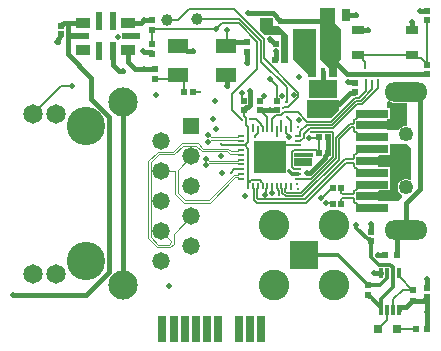
<source format=gtl>
G04*
G04 #@! TF.GenerationSoftware,Altium Limited,Altium Designer,21.6.4 (81)*
G04*
G04 Layer_Physical_Order=1*
G04 Layer_Color=255*
%FSLAX44Y44*%
%MOMM*%
G71*
G04*
G04 #@! TF.SameCoordinates,BBD99886-0AEC-46FA-8170-3E0A894F067B*
G04*
G04*
G04 #@! TF.FilePolarity,Positive*
G04*
G01*
G75*
%ADD22R,0.4725X0.5153*%
%ADD23R,1.1938X0.8890*%
%ADD24R,1.4986X0.5588*%
%ADD25R,0.5588X1.4986*%
%ADD26R,0.5725X0.6153*%
%ADD27R,0.4725X0.5811*%
%ADD28R,0.3000X0.8500*%
%ADD29R,0.6000X0.5000*%
%ADD30R,0.8000X0.8000*%
%ADD31R,0.5000X0.6000*%
%ADD32R,0.5500X0.5000*%
%ADD33R,0.5153X0.4725*%
%ADD34C,1.0000*%
%ADD35R,0.5200X0.5200*%
%ADD36R,1.8000X1.2000*%
%ADD37R,2.7800X0.8000*%
%ADD38R,0.4000X0.5000*%
%ADD39R,0.6500X1.0500*%
%ADD40R,0.5621X0.5596*%
%ADD41R,1.0000X0.7000*%
%ADD42R,1.5549X2.3062*%
%ADD43O,0.4000X0.7000*%
%ADD44R,2.4000X1.6500*%
%ADD61C,2.6018*%
%ADD62R,2.4248X2.4248*%
%ADD66R,0.2000X0.6000*%
%ADD67R,0.6000X0.2000*%
%ADD68R,2.8000X2.8000*%
%ADD69C,0.1530*%
%ADD70C,0.3810*%
%ADD71C,0.2030*%
%ADD72C,0.3493*%
%ADD73C,0.1704*%
%ADD74C,0.1161*%
%ADD75R,0.6500X2.2250*%
%ADD76C,2.4750*%
%ADD77C,1.6500*%
%ADD78C,1.4780*%
%ADD79R,1.4780X1.4780*%
%ADD80C,3.2500*%
%ADD81O,3.6600X1.6600*%
%ADD82C,1.2500*%
%ADD83C,0.4800*%
%ADD84C,0.3000*%
%ADD85C,0.4500*%
%ADD86C,0.5000*%
G36*
X821000Y780925D02*
Y774500D01*
X825750D01*
X833500Y766750D01*
Y743500D01*
X827750D01*
X827500Y743750D01*
Y766750D01*
X813750D01*
X809500Y771000D01*
Y781500D01*
X820425D01*
X821000Y780925D01*
D02*
G37*
G36*
X873760Y777240D02*
X878840Y772160D01*
Y746760D01*
X875030Y742950D01*
Y731520D01*
X868680D01*
Y739140D01*
X861060Y746760D01*
Y789940D01*
X873760D01*
Y777240D01*
D02*
G37*
G36*
X857250Y731520D02*
X850900D01*
Y734060D01*
X838200Y746760D01*
Y772160D01*
X857250D01*
Y731520D01*
D02*
G37*
G36*
X876500Y703238D02*
X869762Y696500D01*
X849761D01*
X849250Y697011D01*
Y712000D01*
X876500D01*
Y703238D01*
D02*
G37*
G36*
X921048Y709937D02*
X923450Y709621D01*
X934250D01*
Y690050D01*
X932509D01*
X930690Y689563D01*
X929060Y688621D01*
X927729Y687290D01*
X927128Y686250D01*
X917750D01*
Y695500D01*
X919850D01*
Y705300D01*
X917750D01*
Y710265D01*
X919020Y710777D01*
X921048Y709937D01*
D02*
G37*
G36*
X855000Y664000D02*
X839000D01*
Y667000D01*
X855000D01*
Y664000D01*
D02*
G37*
G36*
X854000Y656074D02*
X853676Y655750D01*
X839000D01*
Y662750D01*
X854000D01*
Y656074D01*
D02*
G37*
G36*
X938000Y670750D02*
Y644996D01*
X936730Y644262D01*
X936210Y644563D01*
X934391Y645050D01*
X932509D01*
X930690Y644563D01*
X929060Y643621D01*
X927729Y642290D01*
X926787Y640660D01*
X926300Y638841D01*
Y636959D01*
X926787Y635140D01*
X927729Y633510D01*
X929060Y632179D01*
X929898Y631694D01*
X930128Y630128D01*
X926500Y626500D01*
X909750D01*
Y634250D01*
X909748Y634599D01*
X910643Y635500D01*
X919850D01*
Y644230D01*
X919850Y645300D01*
X919850D01*
Y645500D01*
X919850D01*
Y655300D01*
X909619D01*
X909561Y664599D01*
X910457Y665500D01*
X919850D01*
Y674500D01*
X934250D01*
X938000Y670750D01*
D02*
G37*
D22*
X641750Y775036D02*
D03*
Y767464D02*
D03*
X951250Y545464D02*
D03*
Y553036D02*
D03*
X796290Y711176D02*
D03*
Y703604D02*
D03*
X810260Y711176D02*
D03*
Y703604D02*
D03*
X824230Y711176D02*
D03*
Y703604D02*
D03*
X951230Y787351D02*
D03*
Y779780D02*
D03*
D23*
X660000Y777500D02*
D03*
X698500D02*
D03*
Y754500D02*
D03*
X660000D02*
D03*
D24*
X657660Y766000D02*
D03*
X700840D02*
D03*
D25*
X673250Y778573D02*
D03*
X685250D02*
D03*
Y753427D02*
D03*
X673250D02*
D03*
D26*
X718000Y771214D02*
D03*
Y779786D02*
D03*
X718250Y759786D02*
D03*
Y751214D02*
D03*
X901000Y546464D02*
D03*
Y555036D02*
D03*
D27*
X903750Y600155D02*
D03*
Y592845D02*
D03*
X951230Y741525D02*
D03*
Y734215D02*
D03*
D28*
X927500Y534000D02*
D03*
X922500D02*
D03*
X917500D02*
D03*
X912500D02*
D03*
Y565500D02*
D03*
X917500D02*
D03*
X922500D02*
D03*
X927500D02*
D03*
D29*
X939000Y541500D02*
D03*
Y551500D02*
D03*
D30*
X926250Y518250D02*
D03*
X909750D02*
D03*
D31*
X941500Y518500D02*
D03*
X951500D02*
D03*
X925750Y580390D02*
D03*
X915750D02*
D03*
D32*
X753050Y718820D02*
D03*
X745550D02*
D03*
D33*
X830536Y746250D02*
D03*
X822964D02*
D03*
X822984Y759460D02*
D03*
X830556D02*
D03*
X867386Y680720D02*
D03*
X859814D02*
D03*
X867386Y666750D02*
D03*
X859814D02*
D03*
X871244Y637540D02*
D03*
X878816D02*
D03*
X871244Y623570D02*
D03*
X878816D02*
D03*
D34*
X731520Y779780D02*
D03*
X756500Y780500D02*
D03*
D35*
X721360Y730060D02*
D03*
Y738060D02*
D03*
X798830Y760920D02*
D03*
Y752920D02*
D03*
D36*
X780730Y757490D02*
D03*
X740730D02*
D03*
Y733490D02*
D03*
X780730D02*
D03*
D37*
X905050Y700400D02*
D03*
Y620400D02*
D03*
Y690400D02*
D03*
Y680400D02*
D03*
Y670400D02*
D03*
Y660400D02*
D03*
Y650400D02*
D03*
Y640400D02*
D03*
Y630400D02*
D03*
D38*
X826770Y778700D02*
D03*
X818770D02*
D03*
D39*
X882260Y783590D02*
D03*
X865260D02*
D03*
D40*
X890270Y726643D02*
D03*
Y718617D02*
D03*
D41*
X938170Y749980D02*
D03*
X893170D02*
D03*
X938170Y771480D02*
D03*
X893170D02*
D03*
D42*
X847263Y759460D02*
D03*
X869777D02*
D03*
D43*
X873100Y735610D02*
D03*
X863600D02*
D03*
X854100D02*
D03*
Y707110D02*
D03*
X863600D02*
D03*
X873100D02*
D03*
D44*
X863600Y721360D02*
D03*
D61*
X821350Y605900D02*
D03*
X872150D02*
D03*
X821350Y555100D02*
D03*
X872150D02*
D03*
D62*
X846750Y580500D02*
D03*
D66*
X800010Y639480D02*
D03*
X804010D02*
D03*
X808010D02*
D03*
X812010D02*
D03*
X816010D02*
D03*
X820010D02*
D03*
X824010D02*
D03*
X828010D02*
D03*
X832010D02*
D03*
X836010D02*
D03*
Y687480D02*
D03*
X832010D02*
D03*
X828010D02*
D03*
X824010D02*
D03*
X820010D02*
D03*
X816010D02*
D03*
X812010D02*
D03*
X808010D02*
D03*
X804010D02*
D03*
X800010D02*
D03*
D67*
X842010Y645480D02*
D03*
Y649480D02*
D03*
Y653480D02*
D03*
Y657480D02*
D03*
Y661480D02*
D03*
Y665480D02*
D03*
Y669480D02*
D03*
Y673480D02*
D03*
Y677480D02*
D03*
Y681480D02*
D03*
X794010D02*
D03*
Y677480D02*
D03*
Y673480D02*
D03*
Y669480D02*
D03*
Y665480D02*
D03*
Y661480D02*
D03*
Y657480D02*
D03*
Y653480D02*
D03*
Y649480D02*
D03*
Y645480D02*
D03*
D68*
X818010Y663480D02*
D03*
D69*
X813430Y747115D02*
Y763455D01*
Y747115D02*
X842290Y718255D01*
X811000Y744399D02*
X832315Y723084D01*
X811000Y744399D02*
Y761696D01*
X792196Y780500D02*
X811000Y761696D01*
X787635Y789250D02*
X813430Y763455D01*
X756500Y780500D02*
X792196D01*
X749750Y789250D02*
X787635D01*
X740280Y779780D02*
X749750Y789250D01*
X731520Y779780D02*
X740280D01*
X833000Y697500D02*
X836010Y694490D01*
X842290Y714791D02*
Y718255D01*
X833280Y705781D02*
X842290Y714791D01*
X829500Y705500D02*
X829781Y705781D01*
X833280D01*
X832315Y710565D02*
Y723084D01*
X832250Y710500D02*
X832315Y710565D01*
X828005Y687485D02*
Y694495D01*
Y687485D02*
X828010Y687480D01*
X828000Y694500D02*
X828005Y694495D01*
X836010Y687480D02*
Y694490D01*
X896544Y708794D02*
X909500Y721750D01*
Y728500D01*
X891038Y711224D02*
X894984D01*
X849665Y690758D02*
X870572D01*
X891038Y711224D01*
X892044Y708794D02*
X896544D01*
X864250Y688250D02*
X871500D01*
X892044Y708794D01*
X904750Y720990D02*
Y728250D01*
X894984Y711224D02*
X904750Y720990D01*
X845682Y678797D02*
X846675Y679790D01*
X842010Y677480D02*
X844010D01*
X849500Y690750D02*
X849657D01*
X851939Y688328D02*
X864172D01*
X864250Y688250D01*
X853250Y685163D02*
X853531Y684882D01*
X854799D01*
X854933Y684747D01*
X849657Y690750D02*
X849665Y690758D01*
X846675Y679790D02*
Y683064D01*
X851939Y688328D01*
X844010Y677480D02*
X845327Y678797D01*
X845682D01*
X844103Y681715D02*
Y685353D01*
X843868Y681480D02*
X844103Y681715D01*
Y685353D02*
X849500Y690750D01*
X854933Y684747D02*
X870652D01*
X871627Y683772D01*
X842010Y645480D02*
X853409D01*
X871627Y663698D01*
Y683772D01*
D70*
X818000Y763250D02*
X818189Y763061D01*
X819169D02*
X822750Y759480D01*
X818189Y763061D02*
X819169D01*
X822750Y759413D02*
Y759480D01*
X781996Y758756D02*
X784160Y760920D01*
X798830D01*
X709232Y777500D02*
X711482Y779750D01*
X698500Y777500D02*
X709232D01*
X711482Y779750D02*
X711750D01*
X641750Y775250D02*
X644000Y777500D01*
X641750Y767250D02*
Y767464D01*
X638439Y761189D02*
Y763939D01*
X641750Y767250D01*
X638250Y761000D02*
X638439Y761189D01*
X647750Y777500D02*
X660000D01*
X644000D02*
X647750D01*
X647362Y777112D02*
X647750Y777500D01*
X647362Y750638D02*
Y777112D01*
Y750638D02*
X667000Y731000D01*
X704311Y738439D02*
X711061D01*
X698500Y744250D02*
X704311Y738439D01*
X711061D02*
X711345Y738155D01*
X698500Y744250D02*
Y754500D01*
X717293Y752386D02*
X718250Y751429D01*
Y751214D02*
Y751429D01*
X711864Y752386D02*
X717293D01*
X711768Y779768D02*
X717982D01*
X718000Y779786D01*
X711750Y779750D02*
X711768Y779768D01*
X685250Y741500D02*
X690061Y736689D01*
X693811D02*
X694000Y736500D01*
X690061Y736689D02*
X693811D01*
X685250Y741500D02*
Y753427D01*
X641750Y775036D02*
Y775250D01*
X799750Y785500D02*
X820470D01*
X826770Y778700D02*
Y779200D01*
X820470Y785500D02*
X826770Y779200D01*
X747825Y753395D02*
Y753500D01*
Y753395D02*
X752625D01*
X752750Y753270D01*
X711345Y738155D02*
X721318D01*
X740892Y760433D02*
X747825Y753500D01*
X849500Y650500D02*
X852470D01*
X865196Y663226D01*
X903750Y600155D02*
Y606750D01*
X906750Y565500D02*
X912500D01*
X933345Y536345D02*
X938500Y541500D01*
X927905Y536345D02*
X933345D01*
X927500Y535940D02*
X927905Y536345D01*
X927500Y534000D02*
Y535940D01*
X938500Y541500D02*
X939000D01*
X947500D02*
X951250Y545250D01*
X939000Y541500D02*
X947500D01*
X951250Y545250D02*
Y545464D01*
Y518750D02*
X951375Y518625D01*
X909250Y580500D02*
X909360Y580390D01*
X915750D01*
X951250Y518750D02*
Y545250D01*
X951000Y560500D02*
X951125Y560375D01*
Y553161D02*
X951250Y553036D01*
X951125Y553161D02*
Y560375D01*
X601000Y547250D02*
X662500D01*
X681995Y566745D01*
X863600Y721360D02*
Y735610D01*
X681995Y566745D02*
Y697503D01*
X667000Y712498D02*
X681995Y697503D01*
X667000Y712498D02*
Y731000D01*
X867171Y666750D02*
X867386D01*
X865196Y664775D02*
X867171Y666750D01*
X865196Y663226D02*
Y664775D01*
X867386Y666750D02*
Y680720D01*
X798790Y743540D02*
Y752952D01*
X798750Y743500D02*
X798790Y743540D01*
Y752952D02*
X798857Y753020D01*
X785213Y733108D02*
X785730D01*
X781500Y729395D02*
X785213Y733108D01*
X781500Y724250D02*
Y729395D01*
X822964Y746250D02*
X822982Y746268D01*
Y753232D02*
X823000Y753250D01*
X822982Y746268D02*
Y753232D01*
X945250Y787500D02*
X950413D01*
X950770Y787142D01*
X883480Y783795D02*
Y783857D01*
Y783795D02*
X883605Y783670D01*
X890920D01*
X891000Y783750D01*
X938250Y772588D02*
Y777750D01*
X937893Y772230D02*
X938250Y772588D01*
X896338Y771500D02*
X901500D01*
X895980Y771858D02*
X896338Y771500D01*
X889912Y727000D02*
X890270Y726643D01*
X884750Y727000D02*
X889912D01*
X939092Y718900D02*
X945000Y712992D01*
X933450Y718900D02*
X939092D01*
X945000Y636644D02*
Y712992D01*
X933450Y625094D02*
X945000Y636644D01*
X933450Y601900D02*
Y625094D01*
X925750Y580390D02*
Y595992D01*
X931658Y601900D01*
X933450D01*
X690757Y555010D02*
X693440D01*
Y709910D01*
X801000Y718982D02*
Y719250D01*
Y718982D02*
X801457Y718525D01*
X796290Y703819D02*
X798265Y705794D01*
X799814D02*
X801457Y707437D01*
X798265Y705794D02*
X799814D01*
X801457Y707437D02*
Y718525D01*
X796290Y703604D02*
Y703819D01*
X818352Y703604D02*
X824230D01*
X873100Y708163D02*
X873188Y708250D01*
X876750D02*
X886224Y717724D01*
X889377D02*
X890270Y718617D01*
X886224Y717724D02*
X889377D01*
X873188Y708250D02*
X876750D01*
X873100Y707110D02*
Y708163D01*
X863600Y707110D02*
X873100D01*
X883285Y734215D02*
X951230D01*
X810260Y703604D02*
X818352D01*
X872500Y745000D02*
X883285Y734215D01*
X826770Y778700D02*
X862370D01*
X865260Y781590D01*
Y783590D01*
D71*
X791750Y776750D02*
X807500Y761000D01*
Y738141D02*
Y761000D01*
X786500Y717141D02*
X807500Y738141D01*
X780730Y757490D02*
X781996Y758756D01*
Y771354D01*
X773000Y772250D02*
X777500Y776750D01*
X791750D01*
X719036Y772250D02*
X773000D01*
X718000Y771214D02*
X719036Y772250D01*
X718125Y759911D02*
Y771089D01*
X718000Y771214D02*
X718125Y771089D01*
Y759911D02*
X718250Y759786D01*
X836750Y667975D02*
X838254Y669480D01*
X836750Y654985D02*
X838254Y653480D01*
X836750Y654985D02*
Y667975D01*
X838254Y653480D02*
X842010D01*
X838254Y669480D02*
X856870D01*
X801699Y695500D02*
X806698D01*
X812720Y714720D02*
X813250Y715250D01*
X812720Y713850D02*
Y714720D01*
X810260Y711390D02*
X812720Y713850D01*
X922500Y534000D02*
Y543250D01*
X930750Y551500D01*
X938500D01*
X927500Y565500D02*
X927985Y565015D01*
X938500Y551500D02*
X939000D01*
X927985Y562015D02*
X938500Y551500D01*
X927985Y562015D02*
Y565015D01*
X951375Y518625D02*
X951500Y518500D01*
X926250Y518250D02*
X926500Y518500D01*
X941500D01*
X909750Y518250D02*
X917500Y526000D01*
Y534000D01*
X824010Y637510D02*
X825095Y636425D01*
X824010Y637510D02*
Y639480D01*
X825095Y635687D02*
Y636425D01*
X825814Y631601D02*
X826000Y631416D01*
X836008Y639478D02*
X836010Y639480D01*
X836008Y636229D02*
Y639478D01*
X825095Y635687D02*
X825814Y634967D01*
Y631601D02*
Y634967D01*
X836005Y636227D02*
X836008Y636229D01*
X640980Y724000D02*
X650250D01*
X617240Y700260D02*
X640980Y724000D01*
X800010Y676772D02*
Y687480D01*
X796733Y673495D02*
X800010Y676772D01*
X794025Y673495D02*
X796733D01*
X794010Y673480D02*
X794025Y673495D01*
X776762Y674750D02*
X778033Y673480D01*
X776500Y674750D02*
X776762D01*
X778033Y673480D02*
X794010D01*
X806698Y695500D02*
X810925Y691273D01*
Y690535D02*
Y691273D01*
Y690535D02*
X811995Y689465D01*
X794943Y712523D02*
X796290Y711176D01*
X794250Y717251D02*
X794943Y716558D01*
X794250Y717251D02*
Y718000D01*
X794943Y712523D02*
Y716558D01*
X818250Y730000D02*
X824230Y724020D01*
Y711176D02*
Y724020D01*
X810260Y711176D02*
Y711390D01*
X786500Y703631D02*
X794869Y695263D01*
X786500Y703631D02*
Y717141D01*
X798284Y690669D02*
X799488Y689465D01*
X799995Y687495D02*
X800010Y687480D01*
X799995Y687495D02*
Y689465D01*
X799488D02*
X799995D01*
X798284Y690669D02*
Y696414D01*
X796183Y698515D02*
X798284Y696414D01*
X796183Y698515D02*
Y703497D01*
X832025Y684224D02*
Y685495D01*
Y684224D02*
X834565Y681684D01*
Y680935D02*
Y681684D01*
X823596Y699113D02*
X827386D01*
X829773Y701500D02*
X842000D01*
X820000Y695517D02*
X823596Y699113D01*
X842000Y701500D02*
X849750Y693750D01*
X827386Y699113D02*
X829773Y701500D01*
X849750Y693750D02*
X869773D01*
X889928Y713904D01*
X893874D01*
X899250Y719280D02*
Y728500D01*
X893874Y713904D02*
X899250Y719280D01*
X820000Y692750D02*
Y695517D01*
X851249Y679500D02*
X851779Y680030D01*
X859124D02*
X859814Y680720D01*
X851779Y680030D02*
X859124D01*
X800010Y641450D02*
Y670188D01*
Y641450D02*
X801095Y642535D01*
X800010Y639480D02*
Y641450D01*
X801095Y642535D02*
Y643273D01*
X802217Y644395D01*
X809803D01*
X810925Y642535D02*
Y643273D01*
Y642535D02*
X812010Y641450D01*
X809803Y644395D02*
X810925Y643273D01*
X812010Y639480D02*
Y641450D01*
X794869Y695000D02*
Y695263D01*
X824010Y681510D02*
Y687480D01*
X824000Y681500D02*
X824010Y681510D01*
X894670Y749980D02*
X938170D01*
X897155Y745995D02*
Y747495D01*
Y745995D02*
X899000Y744150D01*
X893170Y749980D02*
X894670D01*
X897155Y747495D01*
X899000Y739250D02*
Y744150D01*
X820010Y687480D02*
Y692740D01*
X820000Y692750D02*
X820010Y692740D01*
X796733Y673465D02*
X800010Y670188D01*
X826450Y673480D02*
X842010D01*
X826235Y673265D02*
X826450Y673480D01*
X951230Y742068D02*
Y779780D01*
X945803Y747495D02*
X951230Y742068D01*
Y741525D02*
Y742068D01*
X940655Y747495D02*
X945803D01*
X938170Y749980D02*
X940655Y747495D01*
X721360Y730060D02*
X737300D01*
X740730Y733490D01*
X745550Y718820D02*
Y728670D01*
X740730Y733490D02*
X745550Y728670D01*
X753050Y718820D02*
X753085Y718785D01*
X759334D01*
X759369Y718750D01*
X805500Y681263D02*
X807995Y683758D01*
Y685495D01*
X805500Y681000D02*
Y681263D01*
X859814Y666750D02*
Y680720D01*
X856870Y669480D02*
X859600Y666750D01*
X859814D01*
X810260Y703390D02*
Y703604D01*
X816010Y687480D02*
Y697640D01*
X810260Y703390D02*
X816010Y697640D01*
X788215Y653465D02*
X793995D01*
X785000Y650250D02*
X788215Y653465D01*
X793995D02*
X794010Y653480D01*
D72*
X917500Y561008D02*
Y565500D01*
X911528Y555036D02*
X917500Y561008D01*
X901000Y555036D02*
X911528D01*
X836715Y649480D02*
X842010D01*
X834723Y651472D02*
X836715Y649480D01*
X903750Y592845D02*
Y593388D01*
Y578863D02*
Y592845D01*
X890750Y605750D02*
X891000Y605500D01*
Y603895D02*
X900892Y594004D01*
X891000Y603895D02*
Y605500D01*
X900892Y594004D02*
X903134D01*
X903750Y593388D01*
Y578863D02*
X910217Y572396D01*
X920096D01*
X922254Y570239D01*
Y565746D02*
X922500Y565500D01*
X922254Y565746D02*
Y570239D01*
X912500Y536258D02*
Y543250D01*
Y534000D02*
Y536258D01*
Y543250D02*
X922500Y553250D01*
Y565500D01*
X903624Y545134D02*
X912500Y536258D01*
X902116Y545134D02*
X903624D01*
X901000Y546250D02*
X902116Y545134D01*
X846750Y580500D02*
X875750D01*
X901000Y555250D01*
Y555036D02*
Y555250D01*
D73*
X895150Y620400D02*
X905050D01*
X890424Y624648D02*
X890902D01*
X889398Y625674D02*
Y628252D01*
X890902Y624648D02*
X895150Y620400D01*
X889398Y625674D02*
X890424Y624648D01*
X885467Y629250D02*
X888400D01*
X889398Y628252D01*
X885467Y629250D02*
X885467Y629250D01*
X879814Y629250D02*
X885467D01*
X832010Y637480D02*
Y639480D01*
X831312Y634386D02*
X832723Y632975D01*
X831312Y634386D02*
Y636782D01*
X843713Y633091D02*
X844580D01*
X828010Y637480D02*
X828708Y636782D01*
X844580Y633091D02*
X874144Y662655D01*
X815862Y637332D02*
Y639332D01*
X845706Y630371D02*
X876864Y661529D01*
X831312Y636782D02*
X832010Y637480D01*
X814979Y632511D02*
Y636449D01*
X819885Y633424D02*
X819947Y633486D01*
X831644Y630371D02*
X845706D01*
X814387Y631919D02*
X814979Y632511D01*
X819947Y639417D02*
X820010Y639480D01*
X828708Y633307D02*
X831644Y630371D01*
X828010Y637480D02*
Y639480D01*
X814979Y636449D02*
X815862Y637332D01*
X828708Y633307D02*
Y636782D01*
X804650Y627638D02*
X807242Y625047D01*
X815862Y639332D02*
X816010Y639480D01*
X843597Y632975D02*
X843713Y633091D01*
X807242Y625047D02*
X848698D01*
X882691Y659040D01*
X807370Y628765D02*
X808368Y627767D01*
X847571D02*
X881564Y661760D01*
X808368Y627767D02*
X847571D01*
X832723Y632975D02*
X843597D01*
X819947Y633486D02*
Y639417D01*
X807370Y628765D02*
Y636840D01*
X804650Y627638D02*
Y636840D01*
X879814Y631970D02*
X884340D01*
X884340Y631970D02*
X888400D01*
X878816Y632968D02*
Y637540D01*
X889398Y632968D02*
Y635126D01*
X878816Y632968D02*
X879814Y631970D01*
X888400Y631970D02*
X889398Y632968D01*
X884340Y631970D02*
X884340Y631970D01*
X878816Y628252D02*
X879814Y629250D01*
X878816Y623570D02*
Y628252D01*
X870326Y624488D02*
X871244Y623570D01*
X861805Y628995D02*
X862485D01*
X865949Y625080D02*
X866541Y624488D01*
X870326D01*
X862485Y628995D02*
X871030Y637540D01*
X876864Y661529D02*
Y678684D01*
X874144Y662655D02*
Y680043D01*
X885862Y691760D01*
X882691Y659040D02*
X888400D01*
X876748Y678800D02*
X886988Y689040D01*
X876748Y678800D02*
X876864Y678684D01*
X881564Y661760D02*
X888400D01*
Y691760D02*
X889398Y692758D01*
Y685674D02*
Y688042D01*
X888400Y689040D02*
X889398Y688042D01*
X886988Y689040D02*
X888400D01*
X889398Y692758D02*
Y695126D01*
X885862Y691760D02*
X888400D01*
X890424Y696152D02*
X890902D01*
X889398Y695126D02*
X890424Y696152D01*
X890902Y636152D02*
X895150Y640400D01*
X889398Y635126D02*
X890424Y636152D01*
X895150Y640400D02*
X905050D01*
X890424Y636152D02*
X890902D01*
X871030Y637540D02*
X871244D01*
X808010Y637480D02*
Y639480D01*
X807370Y636840D02*
X808010Y637480D01*
X804010D02*
Y639480D01*
Y637480D02*
X804650Y636840D01*
X889398Y662758D02*
Y665126D01*
X888400Y661760D02*
X889398Y662758D01*
X890424Y666152D02*
X890902D01*
X889398Y665126D02*
X890424Y666152D01*
X890902D02*
X895150Y670400D01*
X905050D01*
X889398Y655674D02*
X890424Y654648D01*
X889398Y655674D02*
Y658042D01*
X888400Y659040D02*
X889398Y658042D01*
X890424Y654648D02*
X890902D01*
X895150Y650400D02*
X905050D01*
X890902Y654648D02*
X895150Y650400D01*
Y680400D02*
X905050D01*
X890902Y684648D02*
X895150Y680400D01*
Y700400D02*
X905050D01*
X889398Y685674D02*
X890424Y684648D01*
X890902D01*
X890902Y696152D02*
X895150Y700400D01*
D74*
X782810Y658391D02*
X782810Y658391D01*
X781908Y660568D02*
X791099D01*
X781908Y660568D02*
X781908Y660568D01*
X767040Y658391D02*
X782810D01*
X767040Y660568D02*
X781908D01*
X761631Y670557D02*
X783059D01*
X785048Y668568D01*
X782157Y668381D02*
X784146Y666392D01*
X760729Y668381D02*
X782157D01*
X756931Y675257D02*
X761631Y670557D01*
X756029Y673081D02*
X760729Y668381D01*
X782810Y658391D02*
X791099D01*
X779723Y678391D02*
X791099D01*
X765810Y676630D02*
X766548D01*
Y682330D02*
X768310Y680568D01*
X765810Y682330D02*
X766548D01*
X778822Y680568D02*
X778822Y680568D01*
X791099D01*
X768310Y680568D02*
X778822D01*
X766548Y676630D02*
X768310Y678391D01*
X779723D02*
X779723Y678391D01*
X768310Y678391D02*
X779723D01*
X766571Y627017D02*
X788123Y648569D01*
X789025Y646392D02*
X791099D01*
X746392Y627017D02*
X766571D01*
X788123Y648569D02*
X791099D01*
X767473Y624840D02*
X789025Y646392D01*
X745490Y624840D02*
X767473D01*
X744596Y673081D02*
X756029D01*
X792010Y665480D02*
X794010D01*
X791099Y666392D02*
X792010Y665480D01*
X784146Y666392D02*
X791099D01*
X723381Y668039D02*
X736476D01*
X743694Y675257D02*
X756931D01*
X792010Y669480D02*
X794010D01*
X785048Y668568D02*
X791099D01*
X792010Y669480D01*
X736476Y668039D02*
X743694Y675257D01*
X736869Y598439D02*
X751840Y613410D01*
X736869Y593359D02*
X737026Y593203D01*
X736869Y593359D02*
Y598439D01*
X737026Y590437D02*
Y593203D01*
X715373Y660032D02*
X723381Y668039D01*
X733692Y587103D02*
X737026Y590437D01*
X722998Y587103D02*
X733692D01*
X715373Y594728D02*
Y660032D01*
Y594728D02*
X722998Y587103D01*
X737378Y665863D02*
X744596Y673081D01*
X724283Y665863D02*
X737378D01*
X717550Y595630D02*
Y659130D01*
X724283Y665863D01*
X726440Y600710D02*
X734849Y592301D01*
Y591339D02*
Y592301D01*
X732790Y589280D02*
X734849Y591339D01*
X717550Y595630D02*
X723900Y589280D01*
X732790D01*
X737870Y632460D02*
X745490Y624840D01*
X740047Y652417D02*
X751840Y664210D01*
X740047Y642476D02*
X740047Y642476D01*
X737870Y632460D02*
Y643378D01*
X740047Y633362D02*
Y642476D01*
X727049Y652119D02*
X737190D01*
X737870Y643378D02*
X737870Y643378D01*
X740047Y642476D02*
Y652417D01*
X737870Y643378D02*
Y651439D01*
X737190Y652119D02*
X737870Y651439D01*
X740047Y633362D02*
X746392Y627017D01*
X791099Y646392D02*
X792010Y645480D01*
X794010D01*
X791099Y648569D02*
X792010Y649480D01*
X794010D01*
X726440Y651510D02*
X727049Y652119D01*
X791099Y660568D02*
X792010Y661480D01*
X794010D01*
X764540Y662330D02*
X765278D01*
X767040Y660568D01*
X792010Y657480D02*
X794010D01*
X791099Y658391D02*
X792010Y657480D01*
X765278Y656630D02*
X767040Y658391D01*
X764540Y656630D02*
X765278D01*
X791099Y680568D02*
X792010Y681480D01*
X794010D01*
X792010Y677480D02*
X794010D01*
X791099Y678391D02*
X792010Y677480D01*
D75*
X791735Y517680D02*
D03*
X810558D02*
D03*
X801146D02*
D03*
X764896D02*
D03*
X774308D02*
D03*
X746073D02*
D03*
X755485D02*
D03*
X736662D02*
D03*
X727250D02*
D03*
D76*
X693440Y555010D02*
D03*
Y709910D02*
D03*
D77*
X617240Y564660D02*
D03*
X637540D02*
D03*
X617240Y700260D02*
D03*
X637540D02*
D03*
D78*
X726440Y575310D02*
D03*
X751840Y588010D02*
D03*
X726440Y600710D02*
D03*
X751840Y613410D02*
D03*
X726440Y626110D02*
D03*
X751840Y638810D02*
D03*
X726440Y651510D02*
D03*
X751840Y664210D02*
D03*
X726440Y676910D02*
D03*
D79*
X751840Y689610D02*
D03*
D80*
X662940Y575310D02*
D03*
Y689610D02*
D03*
D81*
X933450Y601900D02*
D03*
Y718900D02*
D03*
D82*
Y637900D02*
D03*
Y682900D02*
D03*
D83*
X818000Y763250D02*
D03*
X781996Y771354D02*
D03*
X773000Y772250D02*
D03*
X638250Y761000D02*
D03*
X710748Y753537D02*
D03*
X711750Y779750D02*
D03*
X694000Y736500D02*
D03*
X799750Y785500D02*
D03*
X812250Y778800D02*
D03*
X689345Y765354D02*
D03*
X721750Y716500D02*
D03*
X752750Y753270D02*
D03*
X711250Y738250D02*
D03*
X890750Y605750D02*
D03*
X796750Y630500D02*
D03*
X808485Y655515D02*
D03*
X817360D02*
D03*
X826235D02*
D03*
X813250Y715250D02*
D03*
X849500Y650500D02*
D03*
X903625Y606875D02*
D03*
X906625Y565625D02*
D03*
X951125Y532125D02*
D03*
X909360Y580390D02*
D03*
X951000Y560500D02*
D03*
X819885Y633424D02*
D03*
X814387Y631919D02*
D03*
X601000Y547250D02*
D03*
X667000Y731000D02*
D03*
X650250Y724000D02*
D03*
X842500Y731500D02*
D03*
X732750Y554500D02*
D03*
X923500Y663792D02*
D03*
Y657083D02*
D03*
Y650375D02*
D03*
Y643667D02*
D03*
Y630250D02*
D03*
X932000Y650000D02*
D03*
Y669250D02*
D03*
X923500Y670500D02*
D03*
X932000Y656417D02*
D03*
Y662833D02*
D03*
X777000Y664500D02*
D03*
X777464Y649806D02*
D03*
X772250Y687250D02*
D03*
X769986Y696050D02*
D03*
X771750Y711000D02*
D03*
X798750Y743500D02*
D03*
X781500Y724250D02*
D03*
X823000Y753250D02*
D03*
X945250Y787500D02*
D03*
X891000Y783750D02*
D03*
X938250Y777750D02*
D03*
X901500Y771500D02*
D03*
X884750Y727000D02*
D03*
X865949Y625080D02*
D03*
X861805Y628995D02*
D03*
X794250Y718000D02*
D03*
X818250Y730000D02*
D03*
X828250Y715250D02*
D03*
X838225Y716475D02*
D03*
X801000Y719250D02*
D03*
X834565Y680935D02*
D03*
X842600Y694798D02*
D03*
X818352Y703604D02*
D03*
X851249Y679500D02*
D03*
X808235Y663745D02*
D03*
X826485D02*
D03*
X826235Y673265D02*
D03*
X817360Y663745D02*
D03*
X817360Y673265D02*
D03*
X808485D02*
D03*
X818250Y772750D02*
D03*
X812250D02*
D03*
X764540Y662330D02*
D03*
Y656630D02*
D03*
X765810Y682330D02*
D03*
Y676630D02*
D03*
D84*
X834410Y651680D02*
D03*
X842250Y636227D02*
D03*
X841500Y640500D02*
D03*
X801699Y695500D02*
D03*
X851750Y657500D02*
D03*
X847500Y665500D02*
D03*
X836005Y636227D02*
D03*
X851980Y665618D02*
D03*
X841750Y688750D02*
D03*
X833000Y697500D02*
D03*
X776500Y674750D02*
D03*
X832250Y710500D02*
D03*
X829500Y705500D02*
D03*
X794869Y695000D02*
D03*
X803987Y691119D02*
D03*
X828000Y694500D02*
D03*
X909500Y728500D02*
D03*
X904625Y728375D02*
D03*
X853250Y685163D02*
D03*
X826000Y631416D02*
D03*
X824010Y681510D02*
D03*
X899000Y739250D02*
D03*
X899250Y728500D02*
D03*
X759369Y718750D02*
D03*
X805500Y681000D02*
D03*
X867250Y745000D02*
D03*
X872500D02*
D03*
X785000Y650250D02*
D03*
D85*
X868250Y700000D02*
D03*
X930750Y705250D02*
D03*
Y698500D02*
D03*
X854750Y700000D02*
D03*
X871250Y775000D02*
D03*
X864750D02*
D03*
X861500Y700000D02*
D03*
X923750Y705250D02*
D03*
Y698500D02*
D03*
Y692250D02*
D03*
D86*
X869100Y721360D02*
D03*
X858100D02*
D03*
M02*

</source>
